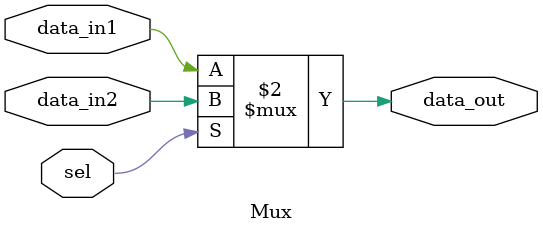
<source format=v>
module Mux(
    data_in1,
    data_in2,
    sel,
    data_out
    );
    parameter Width = 1;
    input [Width:1] data_in1;
    input [Width:1] data_in2;
    input sel;
    output [Width:1] data_out;
    assign data_out = (sel==0)?data_in1:data_in2;
endmodule

</source>
